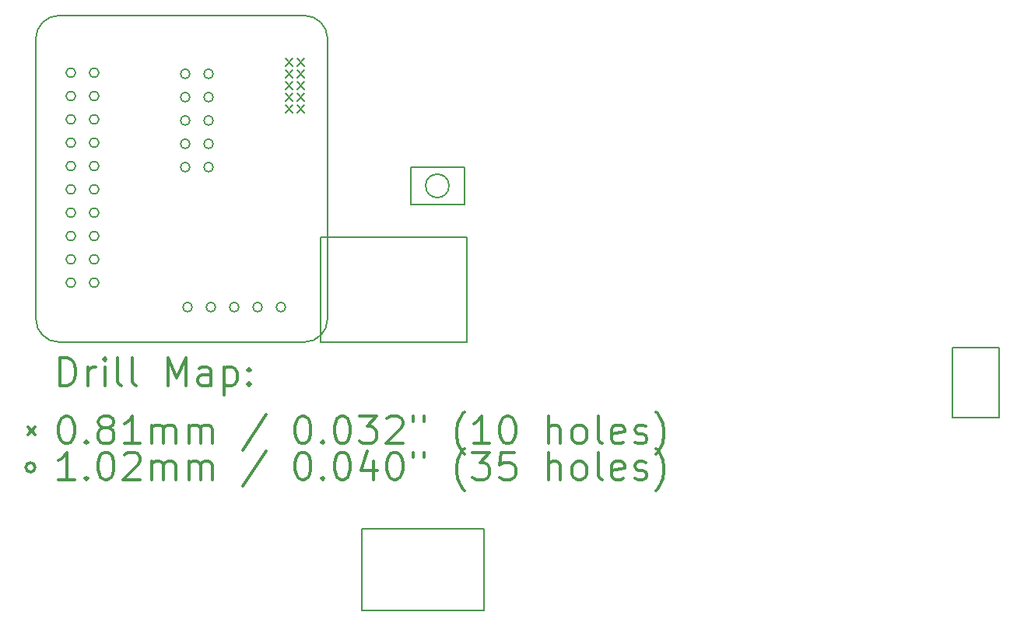
<source format=gbr>
G04 This is an RS-274x file exported by *
G04 gerbv version 2.6.0 *
G04 More information is available about gerbv at *
G04 http://gerbv.gpleda.org/ *
G04 --End of header info--*
%MOIN*%
%FSLAX34Y34*%
%IPPOS*%
G04 --Define apertures--*
%ADD10C,0.0050*%
%ADD11C,0.0060*%
%ADD12C,0.0079*%
%ADD13C,0.0118*%
%ADD14C,0.0138*%
%ADD15C,0.0059*%
G04 --Start main section--*
G54D11*
G01X0040500Y-023000D02*
G01X0030000Y-023000D01*
G01X0041500Y-036000D02*
G01X0041500Y-024000D01*
G01X0030000Y-037000D02*
G01X0040500Y-037000D01*
G01X0029000Y-024000D02*
G01X0029000Y-036000D01*
G01X0030000Y-023000D02*
G75*
G03X0029000Y-024000I0000000J-001000D01*
G01X0029000Y-036000D02*
G75*
G03X0030000Y-037000I0001000J0000000D01*
G01X0040500Y-037000D02*
G75*
G03X0041500Y-036000I0000000J0001000D01*
G01X0041500Y-024000D02*
G75*
G03X0040500Y-023000I-001000J0000000D01*
G54D12*
G01X0039690Y-024840D02*
G01X0040010Y-025160D01*
G01X0040010Y-024840D02*
G01X0039690Y-025160D01*
G01X0039690Y-025340D02*
G01X0040010Y-025660D01*
G01X0040010Y-025340D02*
G01X0039690Y-025660D01*
G01X0039690Y-025840D02*
G01X0040010Y-026160D01*
G01X0040010Y-025840D02*
G01X0039690Y-026160D01*
G01X0039690Y-026340D02*
G01X0040010Y-026660D01*
G01X0040010Y-026340D02*
G01X0039690Y-026660D01*
G01X0039690Y-026840D02*
G01X0040010Y-027160D01*
G01X0040010Y-026840D02*
G01X0039690Y-027160D01*
G01X0040190Y-024840D02*
G01X0040510Y-025160D01*
G01X0040510Y-024840D02*
G01X0040190Y-025160D01*
G01X0040190Y-025340D02*
G01X0040510Y-025660D01*
G01X0040510Y-025340D02*
G01X0040190Y-025660D01*
G01X0040190Y-025840D02*
G01X0040510Y-026160D01*
G01X0040510Y-025840D02*
G01X0040190Y-026160D01*
G01X0040190Y-026340D02*
G01X0040510Y-026660D01*
G01X0040510Y-026340D02*
G01X0040190Y-026660D01*
G01X0040190Y-026840D02*
G01X0040510Y-027160D01*
G01X0040510Y-026840D02*
G01X0040190Y-027160D01*
G01X0030700Y-025450D02*
G75*
G03X0030700Y-025450I-000200J0000000D01*
G01X0030700Y-026450D02*
G75*
G03X0030700Y-026450I-000200J0000000D01*
G01X0030700Y-027450D02*
G75*
G03X0030700Y-027450I-000200J0000000D01*
G01X0030700Y-028450D02*
G75*
G03X0030700Y-028450I-000200J0000000D01*
G01X0030700Y-029450D02*
G75*
G03X0030700Y-029450I-000200J0000000D01*
G01X0030700Y-030450D02*
G75*
G03X0030700Y-030450I-000200J0000000D01*
G01X0030700Y-031450D02*
G75*
G03X0030700Y-031450I-000200J0000000D01*
G01X0030700Y-032450D02*
G75*
G03X0030700Y-032450I-000200J0000000D01*
G01X0030700Y-033450D02*
G75*
G03X0030700Y-033450I-000200J0000000D01*
G01X0030700Y-034450D02*
G75*
G03X0030700Y-034450I-000200J0000000D01*
G01X0031700Y-025450D02*
G75*
G03X0031700Y-025450I-000200J0000000D01*
G01X0031700Y-026450D02*
G75*
G03X0031700Y-026450I-000200J0000000D01*
G01X0031700Y-027450D02*
G75*
G03X0031700Y-027450I-000200J0000000D01*
G01X0031700Y-028450D02*
G75*
G03X0031700Y-028450I-000200J0000000D01*
G01X0031700Y-029450D02*
G75*
G03X0031700Y-029450I-000200J0000000D01*
G01X0031700Y-030450D02*
G75*
G03X0031700Y-030450I-000200J0000000D01*
G01X0031700Y-031450D02*
G75*
G03X0031700Y-031450I-000200J0000000D01*
G01X0031700Y-032450D02*
G75*
G03X0031700Y-032450I-000200J0000000D01*
G01X0031700Y-033450D02*
G75*
G03X0031700Y-033450I-000200J0000000D01*
G01X0031700Y-034450D02*
G75*
G03X0031700Y-034450I-000200J0000000D01*
G01X0035600Y-025500D02*
G75*
G03X0035600Y-025500I-000200J0000000D01*
G01X0035600Y-026500D02*
G75*
G03X0035600Y-026500I-000200J0000000D01*
G01X0035600Y-027500D02*
G75*
G03X0035600Y-027500I-000200J0000000D01*
G01X0035600Y-028500D02*
G75*
G03X0035600Y-028500I-000200J0000000D01*
G01X0035600Y-029500D02*
G75*
G03X0035600Y-029500I-000200J0000000D01*
G01X0035700Y-035500D02*
G75*
G03X0035700Y-035500I-000200J0000000D01*
G01X0036600Y-025500D02*
G75*
G03X0036600Y-025500I-000200J0000000D01*
G01X0036600Y-026500D02*
G75*
G03X0036600Y-026500I-000200J0000000D01*
G01X0036600Y-027500D02*
G75*
G03X0036600Y-027500I-000200J0000000D01*
G01X0036600Y-028500D02*
G75*
G03X0036600Y-028500I-000200J0000000D01*
G01X0036600Y-029500D02*
G75*
G03X0036600Y-029500I-000200J0000000D01*
G01X0036700Y-035500D02*
G75*
G03X0036700Y-035500I-000200J0000000D01*
G01X0037700Y-035500D02*
G75*
G03X0037700Y-035500I-000200J0000000D01*
G01X0038700Y-035500D02*
G75*
G03X0038700Y-035500I-000200J0000000D01*
G01X0039700Y-035500D02*
G75*
G03X0039700Y-035500I-000200J0000000D01*
G54D13*
G01X0030039Y-038864D02*
G01X0030039Y-037682D01*
G01X0030039Y-037682D02*
G01X0030320Y-037682D01*
G01X0030320Y-037682D02*
G01X0030489Y-037739D01*
G01X0030489Y-037739D02*
G01X0030601Y-037851D01*
G01X0030601Y-037851D02*
G01X0030657Y-037964D01*
G01X0030657Y-037964D02*
G01X0030714Y-038189D01*
G01X0030714Y-038189D02*
G01X0030714Y-038357D01*
G01X0030714Y-038357D02*
G01X0030657Y-038582D01*
G01X0030657Y-038582D02*
G01X0030601Y-038695D01*
G01X0030601Y-038695D02*
G01X0030489Y-038807D01*
G01X0030489Y-038807D02*
G01X0030320Y-038864D01*
G01X0030320Y-038864D02*
G01X0030039Y-038864D01*
G01X0031220Y-038864D02*
G01X0031220Y-038076D01*
G01X0031220Y-038301D02*
G01X0031276Y-038189D01*
G01X0031276Y-038189D02*
G01X0031332Y-038132D01*
G01X0031332Y-038132D02*
G01X0031445Y-038076D01*
G01X0031445Y-038076D02*
G01X0031557Y-038076D01*
G01X0031951Y-038864D02*
G01X0031951Y-038076D01*
G01X0031951Y-037682D02*
G01X0031895Y-037739D01*
G01X0031895Y-037739D02*
G01X0031951Y-037795D01*
G01X0031951Y-037795D02*
G01X0032007Y-037739D01*
G01X0032007Y-037739D02*
G01X0031951Y-037682D01*
G01X0031951Y-037682D02*
G01X0031951Y-037795D01*
G01X0032682Y-038864D02*
G01X0032570Y-038807D01*
G01X0032570Y-038807D02*
G01X0032513Y-038695D01*
G01X0032513Y-038695D02*
G01X0032513Y-037682D01*
G01X0033301Y-038864D02*
G01X0033188Y-038807D01*
G01X0033188Y-038807D02*
G01X0033132Y-038695D01*
G01X0033132Y-038695D02*
G01X0033132Y-037682D01*
G01X0034651Y-038864D02*
G01X0034651Y-037682D01*
G01X0034651Y-037682D02*
G01X0035044Y-038526D01*
G01X0035044Y-038526D02*
G01X0035438Y-037682D01*
G01X0035438Y-037682D02*
G01X0035438Y-038864D01*
G01X0036507Y-038864D02*
G01X0036507Y-038245D01*
G01X0036507Y-038245D02*
G01X0036450Y-038132D01*
G01X0036450Y-038132D02*
G01X0036338Y-038076D01*
G01X0036338Y-038076D02*
G01X0036113Y-038076D01*
G01X0036113Y-038076D02*
G01X0036000Y-038132D01*
G01X0036507Y-038807D02*
G01X0036394Y-038864D01*
G01X0036394Y-038864D02*
G01X0036113Y-038864D01*
G01X0036113Y-038864D02*
G01X0036000Y-038807D01*
G01X0036000Y-038807D02*
G01X0035944Y-038695D01*
G01X0035944Y-038695D02*
G01X0035944Y-038582D01*
G01X0035944Y-038582D02*
G01X0036000Y-038470D01*
G01X0036000Y-038470D02*
G01X0036113Y-038414D01*
G01X0036113Y-038414D02*
G01X0036394Y-038414D01*
G01X0036394Y-038414D02*
G01X0036507Y-038357D01*
G01X0037069Y-038076D02*
G01X0037069Y-039257D01*
G01X0037069Y-038132D02*
G01X0037181Y-038076D01*
G01X0037181Y-038076D02*
G01X0037406Y-038076D01*
G01X0037406Y-038076D02*
G01X0037519Y-038132D01*
G01X0037519Y-038132D02*
G01X0037575Y-038189D01*
G01X0037575Y-038189D02*
G01X0037631Y-038301D01*
G01X0037631Y-038301D02*
G01X0037631Y-038639D01*
G01X0037631Y-038639D02*
G01X0037575Y-038751D01*
G01X0037575Y-038751D02*
G01X0037519Y-038807D01*
G01X0037519Y-038807D02*
G01X0037406Y-038864D01*
G01X0037406Y-038864D02*
G01X0037181Y-038864D01*
G01X0037181Y-038864D02*
G01X0037069Y-038807D01*
G01X0038138Y-038751D02*
G01X0038194Y-038807D01*
G01X0038194Y-038807D02*
G01X0038138Y-038864D01*
G01X0038138Y-038864D02*
G01X0038081Y-038807D01*
G01X0038081Y-038807D02*
G01X0038138Y-038751D01*
G01X0038138Y-038751D02*
G01X0038138Y-038864D01*
G01X0038138Y-038132D02*
G01X0038194Y-038189D01*
G01X0038194Y-038189D02*
G01X0038138Y-038245D01*
G01X0038138Y-038245D02*
G01X0038081Y-038189D01*
G01X0038081Y-038189D02*
G01X0038138Y-038132D01*
G01X0038138Y-038132D02*
G01X0038138Y-038245D01*
G01X0028650Y-040650D02*
G01X0028970Y-040970D01*
G01X0028970Y-040650D02*
G01X0028650Y-040970D01*
G01X0030264Y-040163D02*
G01X0030376Y-040163D01*
G01X0030376Y-040163D02*
G01X0030489Y-040219D01*
G01X0030489Y-040219D02*
G01X0030545Y-040275D01*
G01X0030545Y-040275D02*
G01X0030601Y-040388D01*
G01X0030601Y-040388D02*
G01X0030657Y-040613D01*
G01X0030657Y-040613D02*
G01X0030657Y-040894D01*
G01X0030657Y-040894D02*
G01X0030601Y-041119D01*
G01X0030601Y-041119D02*
G01X0030545Y-041231D01*
G01X0030545Y-041231D02*
G01X0030489Y-041288D01*
G01X0030489Y-041288D02*
G01X0030376Y-041344D01*
G01X0030376Y-041344D02*
G01X0030264Y-041344D01*
G01X0030264Y-041344D02*
G01X0030151Y-041288D01*
G01X0030151Y-041288D02*
G01X0030095Y-041231D01*
G01X0030095Y-041231D02*
G01X0030039Y-041119D01*
G01X0030039Y-041119D02*
G01X0029982Y-040894D01*
G01X0029982Y-040894D02*
G01X0029982Y-040613D01*
G01X0029982Y-040613D02*
G01X0030039Y-040388D01*
G01X0030039Y-040388D02*
G01X0030095Y-040275D01*
G01X0030095Y-040275D02*
G01X0030151Y-040219D01*
G01X0030151Y-040219D02*
G01X0030264Y-040163D01*
G01X0031163Y-041231D02*
G01X0031220Y-041288D01*
G01X0031220Y-041288D02*
G01X0031163Y-041344D01*
G01X0031163Y-041344D02*
G01X0031107Y-041288D01*
G01X0031107Y-041288D02*
G01X0031163Y-041231D01*
G01X0031163Y-041231D02*
G01X0031163Y-041344D01*
G01X0031895Y-040669D02*
G01X0031782Y-040613D01*
G01X0031782Y-040613D02*
G01X0031726Y-040556D01*
G01X0031726Y-040556D02*
G01X0031670Y-040444D01*
G01X0031670Y-040444D02*
G01X0031670Y-040388D01*
G01X0031670Y-040388D02*
G01X0031726Y-040275D01*
G01X0031726Y-040275D02*
G01X0031782Y-040219D01*
G01X0031782Y-040219D02*
G01X0031895Y-040163D01*
G01X0031895Y-040163D02*
G01X0032120Y-040163D01*
G01X0032120Y-040163D02*
G01X0032232Y-040219D01*
G01X0032232Y-040219D02*
G01X0032288Y-040275D01*
G01X0032288Y-040275D02*
G01X0032345Y-040388D01*
G01X0032345Y-040388D02*
G01X0032345Y-040444D01*
G01X0032345Y-040444D02*
G01X0032288Y-040556D01*
G01X0032288Y-040556D02*
G01X0032232Y-040613D01*
G01X0032232Y-040613D02*
G01X0032120Y-040669D01*
G01X0032120Y-040669D02*
G01X0031895Y-040669D01*
G01X0031895Y-040669D02*
G01X0031782Y-040725D01*
G01X0031782Y-040725D02*
G01X0031726Y-040781D01*
G01X0031726Y-040781D02*
G01X0031670Y-040894D01*
G01X0031670Y-040894D02*
G01X0031670Y-041119D01*
G01X0031670Y-041119D02*
G01X0031726Y-041231D01*
G01X0031726Y-041231D02*
G01X0031782Y-041288D01*
G01X0031782Y-041288D02*
G01X0031895Y-041344D01*
G01X0031895Y-041344D02*
G01X0032120Y-041344D01*
G01X0032120Y-041344D02*
G01X0032232Y-041288D01*
G01X0032232Y-041288D02*
G01X0032288Y-041231D01*
G01X0032288Y-041231D02*
G01X0032345Y-041119D01*
G01X0032345Y-041119D02*
G01X0032345Y-040894D01*
G01X0032345Y-040894D02*
G01X0032288Y-040781D01*
G01X0032288Y-040781D02*
G01X0032232Y-040725D01*
G01X0032232Y-040725D02*
G01X0032120Y-040669D01*
G01X0033469Y-041344D02*
G01X0032795Y-041344D01*
G01X0033132Y-041344D02*
G01X0033132Y-040163D01*
G01X0033132Y-040163D02*
G01X0033019Y-040331D01*
G01X0033019Y-040331D02*
G01X0032907Y-040444D01*
G01X0032907Y-040444D02*
G01X0032795Y-040500D01*
G01X0033976Y-041344D02*
G01X0033976Y-040556D01*
G01X0033976Y-040669D02*
G01X0034032Y-040613D01*
G01X0034032Y-040613D02*
G01X0034144Y-040556D01*
G01X0034144Y-040556D02*
G01X0034313Y-040556D01*
G01X0034313Y-040556D02*
G01X0034426Y-040613D01*
G01X0034426Y-040613D02*
G01X0034482Y-040725D01*
G01X0034482Y-040725D02*
G01X0034482Y-041344D01*
G01X0034482Y-040725D02*
G01X0034538Y-040613D01*
G01X0034538Y-040613D02*
G01X0034651Y-040556D01*
G01X0034651Y-040556D02*
G01X0034819Y-040556D01*
G01X0034819Y-040556D02*
G01X0034932Y-040613D01*
G01X0034932Y-040613D02*
G01X0034988Y-040725D01*
G01X0034988Y-040725D02*
G01X0034988Y-041344D01*
G01X0035550Y-041344D02*
G01X0035550Y-040556D01*
G01X0035550Y-040669D02*
G01X0035607Y-040613D01*
G01X0035607Y-040613D02*
G01X0035719Y-040556D01*
G01X0035719Y-040556D02*
G01X0035888Y-040556D01*
G01X0035888Y-040556D02*
G01X0036000Y-040613D01*
G01X0036000Y-040613D02*
G01X0036057Y-040725D01*
G01X0036057Y-040725D02*
G01X0036057Y-041344D01*
G01X0036057Y-040725D02*
G01X0036113Y-040613D01*
G01X0036113Y-040613D02*
G01X0036225Y-040556D01*
G01X0036225Y-040556D02*
G01X0036394Y-040556D01*
G01X0036394Y-040556D02*
G01X0036507Y-040613D01*
G01X0036507Y-040613D02*
G01X0036563Y-040725D01*
G01X0036563Y-040725D02*
G01X0036563Y-041344D01*
G01X0038869Y-040106D02*
G01X0037856Y-041625D01*
G01X0040387Y-040163D02*
G01X0040500Y-040163D01*
G01X0040500Y-040163D02*
G01X0040612Y-040219D01*
G01X0040612Y-040219D02*
G01X0040669Y-040275D01*
G01X0040669Y-040275D02*
G01X0040725Y-040388D01*
G01X0040725Y-040388D02*
G01X0040781Y-040613D01*
G01X0040781Y-040613D02*
G01X0040781Y-040894D01*
G01X0040781Y-040894D02*
G01X0040725Y-041119D01*
G01X0040725Y-041119D02*
G01X0040669Y-041231D01*
G01X0040669Y-041231D02*
G01X0040612Y-041288D01*
G01X0040612Y-041288D02*
G01X0040500Y-041344D01*
G01X0040500Y-041344D02*
G01X0040387Y-041344D01*
G01X0040387Y-041344D02*
G01X0040275Y-041288D01*
G01X0040275Y-041288D02*
G01X0040219Y-041231D01*
G01X0040219Y-041231D02*
G01X0040162Y-041119D01*
G01X0040162Y-041119D02*
G01X0040106Y-040894D01*
G01X0040106Y-040894D02*
G01X0040106Y-040613D01*
G01X0040106Y-040613D02*
G01X0040162Y-040388D01*
G01X0040162Y-040388D02*
G01X0040219Y-040275D01*
G01X0040219Y-040275D02*
G01X0040275Y-040219D01*
G01X0040275Y-040219D02*
G01X0040387Y-040163D01*
G01X0041287Y-041231D02*
G01X0041343Y-041288D01*
G01X0041343Y-041288D02*
G01X0041287Y-041344D01*
G01X0041287Y-041344D02*
G01X0041231Y-041288D01*
G01X0041231Y-041288D02*
G01X0041287Y-041231D01*
G01X0041287Y-041231D02*
G01X0041287Y-041344D01*
G01X0042075Y-040163D02*
G01X0042187Y-040163D01*
G01X0042187Y-040163D02*
G01X0042300Y-040219D01*
G01X0042300Y-040219D02*
G01X0042356Y-040275D01*
G01X0042356Y-040275D02*
G01X0042412Y-040388D01*
G01X0042412Y-040388D02*
G01X0042468Y-040613D01*
G01X0042468Y-040613D02*
G01X0042468Y-040894D01*
G01X0042468Y-040894D02*
G01X0042412Y-041119D01*
G01X0042412Y-041119D02*
G01X0042356Y-041231D01*
G01X0042356Y-041231D02*
G01X0042300Y-041288D01*
G01X0042300Y-041288D02*
G01X0042187Y-041344D01*
G01X0042187Y-041344D02*
G01X0042075Y-041344D01*
G01X0042075Y-041344D02*
G01X0041962Y-041288D01*
G01X0041962Y-041288D02*
G01X0041906Y-041231D01*
G01X0041906Y-041231D02*
G01X0041850Y-041119D01*
G01X0041850Y-041119D02*
G01X0041793Y-040894D01*
G01X0041793Y-040894D02*
G01X0041793Y-040613D01*
G01X0041793Y-040613D02*
G01X0041850Y-040388D01*
G01X0041850Y-040388D02*
G01X0041906Y-040275D01*
G01X0041906Y-040275D02*
G01X0041962Y-040219D01*
G01X0041962Y-040219D02*
G01X0042075Y-040163D01*
G01X0042862Y-040163D02*
G01X0043593Y-040163D01*
G01X0043593Y-040163D02*
G01X0043199Y-040613D01*
G01X0043199Y-040613D02*
G01X0043368Y-040613D01*
G01X0043368Y-040613D02*
G01X0043481Y-040669D01*
G01X0043481Y-040669D02*
G01X0043537Y-040725D01*
G01X0043537Y-040725D02*
G01X0043593Y-040838D01*
G01X0043593Y-040838D02*
G01X0043593Y-041119D01*
G01X0043593Y-041119D02*
G01X0043537Y-041231D01*
G01X0043537Y-041231D02*
G01X0043481Y-041288D01*
G01X0043481Y-041288D02*
G01X0043368Y-041344D01*
G01X0043368Y-041344D02*
G01X0043031Y-041344D01*
G01X0043031Y-041344D02*
G01X0042918Y-041288D01*
G01X0042918Y-041288D02*
G01X0042862Y-041231D01*
G01X0044043Y-040275D02*
G01X0044099Y-040219D01*
G01X0044099Y-040219D02*
G01X0044212Y-040163D01*
G01X0044212Y-040163D02*
G01X0044493Y-040163D01*
G01X0044493Y-040163D02*
G01X0044606Y-040219D01*
G01X0044606Y-040219D02*
G01X0044662Y-040275D01*
G01X0044662Y-040275D02*
G01X0044718Y-040388D01*
G01X0044718Y-040388D02*
G01X0044718Y-040500D01*
G01X0044718Y-040500D02*
G01X0044662Y-040669D01*
G01X0044662Y-040669D02*
G01X0043987Y-041344D01*
G01X0043987Y-041344D02*
G01X0044718Y-041344D01*
G01X0045168Y-040163D02*
G01X0045168Y-040388D01*
G01X0045618Y-040163D02*
G01X0045618Y-040388D01*
G01X0047361Y-041794D02*
G01X0047305Y-041738D01*
G01X0047305Y-041738D02*
G01X0047193Y-041569D01*
G01X0047193Y-041569D02*
G01X0047136Y-041456D01*
G01X0047136Y-041456D02*
G01X0047080Y-041288D01*
G01X0047080Y-041288D02*
G01X0047024Y-041006D01*
G01X0047024Y-041006D02*
G01X0047024Y-040781D01*
G01X0047024Y-040781D02*
G01X0047080Y-040500D01*
G01X0047080Y-040500D02*
G01X0047136Y-040331D01*
G01X0047136Y-040331D02*
G01X0047193Y-040219D01*
G01X0047193Y-040219D02*
G01X0047305Y-040050D01*
G01X0047305Y-040050D02*
G01X0047361Y-039994D01*
G01X0048430Y-041344D02*
G01X0047755Y-041344D01*
G01X0048093Y-041344D02*
G01X0048093Y-040163D01*
G01X0048093Y-040163D02*
G01X0047980Y-040331D01*
G01X0047980Y-040331D02*
G01X0047868Y-040444D01*
G01X0047868Y-040444D02*
G01X0047755Y-040500D01*
G01X0049161Y-040163D02*
G01X0049274Y-040163D01*
G01X0049274Y-040163D02*
G01X0049386Y-040219D01*
G01X0049386Y-040219D02*
G01X0049442Y-040275D01*
G01X0049442Y-040275D02*
G01X0049499Y-040388D01*
G01X0049499Y-040388D02*
G01X0049555Y-040613D01*
G01X0049555Y-040613D02*
G01X0049555Y-040894D01*
G01X0049555Y-040894D02*
G01X0049499Y-041119D01*
G01X0049499Y-041119D02*
G01X0049442Y-041231D01*
G01X0049442Y-041231D02*
G01X0049386Y-041288D01*
G01X0049386Y-041288D02*
G01X0049274Y-041344D01*
G01X0049274Y-041344D02*
G01X0049161Y-041344D01*
G01X0049161Y-041344D02*
G01X0049049Y-041288D01*
G01X0049049Y-041288D02*
G01X0048992Y-041231D01*
G01X0048992Y-041231D02*
G01X0048936Y-041119D01*
G01X0048936Y-041119D02*
G01X0048880Y-040894D01*
G01X0048880Y-040894D02*
G01X0048880Y-040613D01*
G01X0048880Y-040613D02*
G01X0048936Y-040388D01*
G01X0048936Y-040388D02*
G01X0048992Y-040275D01*
G01X0048992Y-040275D02*
G01X0049049Y-040219D01*
G01X0049049Y-040219D02*
G01X0049161Y-040163D01*
G01X0050961Y-041344D02*
G01X0050961Y-040163D01*
G01X0051467Y-041344D02*
G01X0051467Y-040725D01*
G01X0051467Y-040725D02*
G01X0051411Y-040613D01*
G01X0051411Y-040613D02*
G01X0051298Y-040556D01*
G01X0051298Y-040556D02*
G01X0051130Y-040556D01*
G01X0051130Y-040556D02*
G01X0051017Y-040613D01*
G01X0051017Y-040613D02*
G01X0050961Y-040669D01*
G01X0052198Y-041344D02*
G01X0052086Y-041288D01*
G01X0052086Y-041288D02*
G01X0052030Y-041231D01*
G01X0052030Y-041231D02*
G01X0051973Y-041119D01*
G01X0051973Y-041119D02*
G01X0051973Y-040781D01*
G01X0051973Y-040781D02*
G01X0052030Y-040669D01*
G01X0052030Y-040669D02*
G01X0052086Y-040613D01*
G01X0052086Y-040613D02*
G01X0052198Y-040556D01*
G01X0052198Y-040556D02*
G01X0052367Y-040556D01*
G01X0052367Y-040556D02*
G01X0052480Y-040613D01*
G01X0052480Y-040613D02*
G01X0052536Y-040669D01*
G01X0052536Y-040669D02*
G01X0052592Y-040781D01*
G01X0052592Y-040781D02*
G01X0052592Y-041119D01*
G01X0052592Y-041119D02*
G01X0052536Y-041231D01*
G01X0052536Y-041231D02*
G01X0052480Y-041288D01*
G01X0052480Y-041288D02*
G01X0052367Y-041344D01*
G01X0052367Y-041344D02*
G01X0052198Y-041344D01*
G01X0053267Y-041344D02*
G01X0053154Y-041288D01*
G01X0053154Y-041288D02*
G01X0053098Y-041175D01*
G01X0053098Y-041175D02*
G01X0053098Y-040163D01*
G01X0054167Y-041288D02*
G01X0054054Y-041344D01*
G01X0054054Y-041344D02*
G01X0053829Y-041344D01*
G01X0053829Y-041344D02*
G01X0053717Y-041288D01*
G01X0053717Y-041288D02*
G01X0053661Y-041175D01*
G01X0053661Y-041175D02*
G01X0053661Y-040725D01*
G01X0053661Y-040725D02*
G01X0053717Y-040613D01*
G01X0053717Y-040613D02*
G01X0053829Y-040556D01*
G01X0053829Y-040556D02*
G01X0054054Y-040556D01*
G01X0054054Y-040556D02*
G01X0054167Y-040613D01*
G01X0054167Y-040613D02*
G01X0054223Y-040725D01*
G01X0054223Y-040725D02*
G01X0054223Y-040838D01*
G01X0054223Y-040838D02*
G01X0053661Y-040950D01*
G01X0054673Y-041288D02*
G01X0054786Y-041344D01*
G01X0054786Y-041344D02*
G01X0055010Y-041344D01*
G01X0055010Y-041344D02*
G01X0055123Y-041288D01*
G01X0055123Y-041288D02*
G01X0055179Y-041175D01*
G01X0055179Y-041175D02*
G01X0055179Y-041119D01*
G01X0055179Y-041119D02*
G01X0055123Y-041006D01*
G01X0055123Y-041006D02*
G01X0055010Y-040950D01*
G01X0055010Y-040950D02*
G01X0054842Y-040950D01*
G01X0054842Y-040950D02*
G01X0054729Y-040894D01*
G01X0054729Y-040894D02*
G01X0054673Y-040781D01*
G01X0054673Y-040781D02*
G01X0054673Y-040725D01*
G01X0054673Y-040725D02*
G01X0054729Y-040613D01*
G01X0054729Y-040613D02*
G01X0054842Y-040556D01*
G01X0054842Y-040556D02*
G01X0055010Y-040556D01*
G01X0055010Y-040556D02*
G01X0055123Y-040613D01*
G01X0055573Y-041794D02*
G01X0055629Y-041738D01*
G01X0055629Y-041738D02*
G01X0055742Y-041569D01*
G01X0055742Y-041569D02*
G01X0055798Y-041456D01*
G01X0055798Y-041456D02*
G01X0055854Y-041288D01*
G01X0055854Y-041288D02*
G01X0055910Y-041006D01*
G01X0055910Y-041006D02*
G01X0055910Y-040781D01*
G01X0055910Y-040781D02*
G01X0055854Y-040500D01*
G01X0055854Y-040500D02*
G01X0055798Y-040331D01*
G01X0055798Y-040331D02*
G01X0055742Y-040219D01*
G01X0055742Y-040219D02*
G01X0055629Y-040050D01*
G01X0055629Y-040050D02*
G01X0055573Y-039994D01*
G01X0028970Y-042369D02*
G75*
G03X0028970Y-042369I-000200J0000000D01*
G01X0030657Y-042903D02*
G01X0029982Y-042903D01*
G01X0030320Y-042903D02*
G01X0030320Y-041722D01*
G01X0030320Y-041722D02*
G01X0030207Y-041891D01*
G01X0030207Y-041891D02*
G01X0030095Y-042003D01*
G01X0030095Y-042003D02*
G01X0029982Y-042059D01*
G01X0031163Y-042790D02*
G01X0031220Y-042847D01*
G01X0031220Y-042847D02*
G01X0031163Y-042903D01*
G01X0031163Y-042903D02*
G01X0031107Y-042847D01*
G01X0031107Y-042847D02*
G01X0031163Y-042790D01*
G01X0031163Y-042790D02*
G01X0031163Y-042903D01*
G01X0031951Y-041722D02*
G01X0032063Y-041722D01*
G01X0032063Y-041722D02*
G01X0032176Y-041778D01*
G01X0032176Y-041778D02*
G01X0032232Y-041834D01*
G01X0032232Y-041834D02*
G01X0032288Y-041947D01*
G01X0032288Y-041947D02*
G01X0032345Y-042172D01*
G01X0032345Y-042172D02*
G01X0032345Y-042453D01*
G01X0032345Y-042453D02*
G01X0032288Y-042678D01*
G01X0032288Y-042678D02*
G01X0032232Y-042790D01*
G01X0032232Y-042790D02*
G01X0032176Y-042847D01*
G01X0032176Y-042847D02*
G01X0032063Y-042903D01*
G01X0032063Y-042903D02*
G01X0031951Y-042903D01*
G01X0031951Y-042903D02*
G01X0031838Y-042847D01*
G01X0031838Y-042847D02*
G01X0031782Y-042790D01*
G01X0031782Y-042790D02*
G01X0031726Y-042678D01*
G01X0031726Y-042678D02*
G01X0031670Y-042453D01*
G01X0031670Y-042453D02*
G01X0031670Y-042172D01*
G01X0031670Y-042172D02*
G01X0031726Y-041947D01*
G01X0031726Y-041947D02*
G01X0031782Y-041834D01*
G01X0031782Y-041834D02*
G01X0031838Y-041778D01*
G01X0031838Y-041778D02*
G01X0031951Y-041722D01*
G01X0032795Y-041834D02*
G01X0032851Y-041778D01*
G01X0032851Y-041778D02*
G01X0032963Y-041722D01*
G01X0032963Y-041722D02*
G01X0033244Y-041722D01*
G01X0033244Y-041722D02*
G01X0033357Y-041778D01*
G01X0033357Y-041778D02*
G01X0033413Y-041834D01*
G01X0033413Y-041834D02*
G01X0033469Y-041947D01*
G01X0033469Y-041947D02*
G01X0033469Y-042059D01*
G01X0033469Y-042059D02*
G01X0033413Y-042228D01*
G01X0033413Y-042228D02*
G01X0032738Y-042903D01*
G01X0032738Y-042903D02*
G01X0033469Y-042903D01*
G01X0033976Y-042903D02*
G01X0033976Y-042115D01*
G01X0033976Y-042228D02*
G01X0034032Y-042172D01*
G01X0034032Y-042172D02*
G01X0034144Y-042115D01*
G01X0034144Y-042115D02*
G01X0034313Y-042115D01*
G01X0034313Y-042115D02*
G01X0034426Y-042172D01*
G01X0034426Y-042172D02*
G01X0034482Y-042284D01*
G01X0034482Y-042284D02*
G01X0034482Y-042903D01*
G01X0034482Y-042284D02*
G01X0034538Y-042172D01*
G01X0034538Y-042172D02*
G01X0034651Y-042115D01*
G01X0034651Y-042115D02*
G01X0034819Y-042115D01*
G01X0034819Y-042115D02*
G01X0034932Y-042172D01*
G01X0034932Y-042172D02*
G01X0034988Y-042284D01*
G01X0034988Y-042284D02*
G01X0034988Y-042903D01*
G01X0035550Y-042903D02*
G01X0035550Y-042115D01*
G01X0035550Y-042228D02*
G01X0035607Y-042172D01*
G01X0035607Y-042172D02*
G01X0035719Y-042115D01*
G01X0035719Y-042115D02*
G01X0035888Y-042115D01*
G01X0035888Y-042115D02*
G01X0036000Y-042172D01*
G01X0036000Y-042172D02*
G01X0036057Y-042284D01*
G01X0036057Y-042284D02*
G01X0036057Y-042903D01*
G01X0036057Y-042284D02*
G01X0036113Y-042172D01*
G01X0036113Y-042172D02*
G01X0036225Y-042115D01*
G01X0036225Y-042115D02*
G01X0036394Y-042115D01*
G01X0036394Y-042115D02*
G01X0036507Y-042172D01*
G01X0036507Y-042172D02*
G01X0036563Y-042284D01*
G01X0036563Y-042284D02*
G01X0036563Y-042903D01*
G01X0038869Y-041666D02*
G01X0037856Y-043184D01*
G01X0040387Y-041722D02*
G01X0040500Y-041722D01*
G01X0040500Y-041722D02*
G01X0040612Y-041778D01*
G01X0040612Y-041778D02*
G01X0040669Y-041834D01*
G01X0040669Y-041834D02*
G01X0040725Y-041947D01*
G01X0040725Y-041947D02*
G01X0040781Y-042172D01*
G01X0040781Y-042172D02*
G01X0040781Y-042453D01*
G01X0040781Y-042453D02*
G01X0040725Y-042678D01*
G01X0040725Y-042678D02*
G01X0040669Y-042790D01*
G01X0040669Y-042790D02*
G01X0040612Y-042847D01*
G01X0040612Y-042847D02*
G01X0040500Y-042903D01*
G01X0040500Y-042903D02*
G01X0040387Y-042903D01*
G01X0040387Y-042903D02*
G01X0040275Y-042847D01*
G01X0040275Y-042847D02*
G01X0040219Y-042790D01*
G01X0040219Y-042790D02*
G01X0040162Y-042678D01*
G01X0040162Y-042678D02*
G01X0040106Y-042453D01*
G01X0040106Y-042453D02*
G01X0040106Y-042172D01*
G01X0040106Y-042172D02*
G01X0040162Y-041947D01*
G01X0040162Y-041947D02*
G01X0040219Y-041834D01*
G01X0040219Y-041834D02*
G01X0040275Y-041778D01*
G01X0040275Y-041778D02*
G01X0040387Y-041722D01*
G01X0041287Y-042790D02*
G01X0041343Y-042847D01*
G01X0041343Y-042847D02*
G01X0041287Y-042903D01*
G01X0041287Y-042903D02*
G01X0041231Y-042847D01*
G01X0041231Y-042847D02*
G01X0041287Y-042790D01*
G01X0041287Y-042790D02*
G01X0041287Y-042903D01*
G01X0042075Y-041722D02*
G01X0042187Y-041722D01*
G01X0042187Y-041722D02*
G01X0042300Y-041778D01*
G01X0042300Y-041778D02*
G01X0042356Y-041834D01*
G01X0042356Y-041834D02*
G01X0042412Y-041947D01*
G01X0042412Y-041947D02*
G01X0042468Y-042172D01*
G01X0042468Y-042172D02*
G01X0042468Y-042453D01*
G01X0042468Y-042453D02*
G01X0042412Y-042678D01*
G01X0042412Y-042678D02*
G01X0042356Y-042790D01*
G01X0042356Y-042790D02*
G01X0042300Y-042847D01*
G01X0042300Y-042847D02*
G01X0042187Y-042903D01*
G01X0042187Y-042903D02*
G01X0042075Y-042903D01*
G01X0042075Y-042903D02*
G01X0041962Y-042847D01*
G01X0041962Y-042847D02*
G01X0041906Y-042790D01*
G01X0041906Y-042790D02*
G01X0041850Y-042678D01*
G01X0041850Y-042678D02*
G01X0041793Y-042453D01*
G01X0041793Y-042453D02*
G01X0041793Y-042172D01*
G01X0041793Y-042172D02*
G01X0041850Y-041947D01*
G01X0041850Y-041947D02*
G01X0041906Y-041834D01*
G01X0041906Y-041834D02*
G01X0041962Y-041778D01*
G01X0041962Y-041778D02*
G01X0042075Y-041722D01*
G01X0043481Y-042115D02*
G01X0043481Y-042903D01*
G01X0043199Y-041666D02*
G01X0042918Y-042509D01*
G01X0042918Y-042509D02*
G01X0043649Y-042509D01*
G01X0044324Y-041722D02*
G01X0044437Y-041722D01*
G01X0044437Y-041722D02*
G01X0044549Y-041778D01*
G01X0044549Y-041778D02*
G01X0044606Y-041834D01*
G01X0044606Y-041834D02*
G01X0044662Y-041947D01*
G01X0044662Y-041947D02*
G01X0044718Y-042172D01*
G01X0044718Y-042172D02*
G01X0044718Y-042453D01*
G01X0044718Y-042453D02*
G01X0044662Y-042678D01*
G01X0044662Y-042678D02*
G01X0044606Y-042790D01*
G01X0044606Y-042790D02*
G01X0044549Y-042847D01*
G01X0044549Y-042847D02*
G01X0044437Y-042903D01*
G01X0044437Y-042903D02*
G01X0044324Y-042903D01*
G01X0044324Y-042903D02*
G01X0044212Y-042847D01*
G01X0044212Y-042847D02*
G01X0044156Y-042790D01*
G01X0044156Y-042790D02*
G01X0044099Y-042678D01*
G01X0044099Y-042678D02*
G01X0044043Y-042453D01*
G01X0044043Y-042453D02*
G01X0044043Y-042172D01*
G01X0044043Y-042172D02*
G01X0044099Y-041947D01*
G01X0044099Y-041947D02*
G01X0044156Y-041834D01*
G01X0044156Y-041834D02*
G01X0044212Y-041778D01*
G01X0044212Y-041778D02*
G01X0044324Y-041722D01*
G01X0045168Y-041722D02*
G01X0045168Y-041947D01*
G01X0045618Y-041722D02*
G01X0045618Y-041947D01*
G01X0047361Y-043353D02*
G01X0047305Y-043297D01*
G01X0047305Y-043297D02*
G01X0047193Y-043128D01*
G01X0047193Y-043128D02*
G01X0047136Y-043015D01*
G01X0047136Y-043015D02*
G01X0047080Y-042847D01*
G01X0047080Y-042847D02*
G01X0047024Y-042565D01*
G01X0047024Y-042565D02*
G01X0047024Y-042340D01*
G01X0047024Y-042340D02*
G01X0047080Y-042059D01*
G01X0047080Y-042059D02*
G01X0047136Y-041891D01*
G01X0047136Y-041891D02*
G01X0047193Y-041778D01*
G01X0047193Y-041778D02*
G01X0047305Y-041609D01*
G01X0047305Y-041609D02*
G01X0047361Y-041553D01*
G01X0047699Y-041722D02*
G01X0048430Y-041722D01*
G01X0048430Y-041722D02*
G01X0048036Y-042172D01*
G01X0048036Y-042172D02*
G01X0048205Y-042172D01*
G01X0048205Y-042172D02*
G01X0048318Y-042228D01*
G01X0048318Y-042228D02*
G01X0048374Y-042284D01*
G01X0048374Y-042284D02*
G01X0048430Y-042397D01*
G01X0048430Y-042397D02*
G01X0048430Y-042678D01*
G01X0048430Y-042678D02*
G01X0048374Y-042790D01*
G01X0048374Y-042790D02*
G01X0048318Y-042847D01*
G01X0048318Y-042847D02*
G01X0048205Y-042903D01*
G01X0048205Y-042903D02*
G01X0047868Y-042903D01*
G01X0047868Y-042903D02*
G01X0047755Y-042847D01*
G01X0047755Y-042847D02*
G01X0047699Y-042790D01*
G01X0049499Y-041722D02*
G01X0048936Y-041722D01*
G01X0048936Y-041722D02*
G01X0048880Y-042284D01*
G01X0048880Y-042284D02*
G01X0048936Y-042228D01*
G01X0048936Y-042228D02*
G01X0049049Y-042172D01*
G01X0049049Y-042172D02*
G01X0049330Y-042172D01*
G01X0049330Y-042172D02*
G01X0049442Y-042228D01*
G01X0049442Y-042228D02*
G01X0049499Y-042284D01*
G01X0049499Y-042284D02*
G01X0049555Y-042397D01*
G01X0049555Y-042397D02*
G01X0049555Y-042678D01*
G01X0049555Y-042678D02*
G01X0049499Y-042790D01*
G01X0049499Y-042790D02*
G01X0049442Y-042847D01*
G01X0049442Y-042847D02*
G01X0049330Y-042903D01*
G01X0049330Y-042903D02*
G01X0049049Y-042903D01*
G01X0049049Y-042903D02*
G01X0048936Y-042847D01*
G01X0048936Y-042847D02*
G01X0048880Y-042790D01*
G01X0050961Y-042903D02*
G01X0050961Y-041722D01*
G01X0051467Y-042903D02*
G01X0051467Y-042284D01*
G01X0051467Y-042284D02*
G01X0051411Y-042172D01*
G01X0051411Y-042172D02*
G01X0051298Y-042115D01*
G01X0051298Y-042115D02*
G01X0051130Y-042115D01*
G01X0051130Y-042115D02*
G01X0051017Y-042172D01*
G01X0051017Y-042172D02*
G01X0050961Y-042228D01*
G01X0052198Y-042903D02*
G01X0052086Y-042847D01*
G01X0052086Y-042847D02*
G01X0052030Y-042790D01*
G01X0052030Y-042790D02*
G01X0051973Y-042678D01*
G01X0051973Y-042678D02*
G01X0051973Y-042340D01*
G01X0051973Y-042340D02*
G01X0052030Y-042228D01*
G01X0052030Y-042228D02*
G01X0052086Y-042172D01*
G01X0052086Y-042172D02*
G01X0052198Y-042115D01*
G01X0052198Y-042115D02*
G01X0052367Y-042115D01*
G01X0052367Y-042115D02*
G01X0052480Y-042172D01*
G01X0052480Y-042172D02*
G01X0052536Y-042228D01*
G01X0052536Y-042228D02*
G01X0052592Y-042340D01*
G01X0052592Y-042340D02*
G01X0052592Y-042678D01*
G01X0052592Y-042678D02*
G01X0052536Y-042790D01*
G01X0052536Y-042790D02*
G01X0052480Y-042847D01*
G01X0052480Y-042847D02*
G01X0052367Y-042903D01*
G01X0052367Y-042903D02*
G01X0052198Y-042903D01*
G01X0053267Y-042903D02*
G01X0053154Y-042847D01*
G01X0053154Y-042847D02*
G01X0053098Y-042734D01*
G01X0053098Y-042734D02*
G01X0053098Y-041722D01*
G01X0054167Y-042847D02*
G01X0054054Y-042903D01*
G01X0054054Y-042903D02*
G01X0053829Y-042903D01*
G01X0053829Y-042903D02*
G01X0053717Y-042847D01*
G01X0053717Y-042847D02*
G01X0053661Y-042734D01*
G01X0053661Y-042734D02*
G01X0053661Y-042284D01*
G01X0053661Y-042284D02*
G01X0053717Y-042172D01*
G01X0053717Y-042172D02*
G01X0053829Y-042115D01*
G01X0053829Y-042115D02*
G01X0054054Y-042115D01*
G01X0054054Y-042115D02*
G01X0054167Y-042172D01*
G01X0054167Y-042172D02*
G01X0054223Y-042284D01*
G01X0054223Y-042284D02*
G01X0054223Y-042397D01*
G01X0054223Y-042397D02*
G01X0053661Y-042509D01*
G01X0054673Y-042847D02*
G01X0054786Y-042903D01*
G01X0054786Y-042903D02*
G01X0055010Y-042903D01*
G01X0055010Y-042903D02*
G01X0055123Y-042847D01*
G01X0055123Y-042847D02*
G01X0055179Y-042734D01*
G01X0055179Y-042734D02*
G01X0055179Y-042678D01*
G01X0055179Y-042678D02*
G01X0055123Y-042565D01*
G01X0055123Y-042565D02*
G01X0055010Y-042509D01*
G01X0055010Y-042509D02*
G01X0054842Y-042509D01*
G01X0054842Y-042509D02*
G01X0054729Y-042453D01*
G01X0054729Y-042453D02*
G01X0054673Y-042340D01*
G01X0054673Y-042340D02*
G01X0054673Y-042284D01*
G01X0054673Y-042284D02*
G01X0054729Y-042172D01*
G01X0054729Y-042172D02*
G01X0054842Y-042115D01*
G01X0054842Y-042115D02*
G01X0055010Y-042115D01*
G01X0055010Y-042115D02*
G01X0055123Y-042172D01*
G01X0055573Y-043353D02*
G01X0055629Y-043297D01*
G01X0055629Y-043297D02*
G01X0055742Y-043128D01*
G01X0055742Y-043128D02*
G01X0055798Y-043015D01*
G01X0055798Y-043015D02*
G01X0055854Y-042847D01*
G01X0055854Y-042847D02*
G01X0055910Y-042565D01*
G01X0055910Y-042565D02*
G01X0055910Y-042340D01*
G01X0055910Y-042340D02*
G01X0055854Y-042059D01*
G01X0055854Y-042059D02*
G01X0055798Y-041891D01*
G01X0055798Y-041891D02*
G01X0055742Y-041778D01*
G01X0055742Y-041778D02*
G01X0055629Y-041609D01*
G01X0055629Y-041609D02*
G01X0055573Y-041553D01*
G01X0000000Y0000000D02*
G54D11*
G01X0040500Y-023000D02*
G01X0030000Y-023000D01*
G01X0041500Y-036000D02*
G01X0041500Y-024000D01*
G01X0030000Y-037000D02*
G01X0040500Y-037000D01*
G01X0029000Y-024000D02*
G01X0029000Y-036000D01*
G01X0030000Y-023000D02*
G75*
G03X0029000Y-024000I0000000J-001000D01*
G01X0029000Y-036000D02*
G75*
G03X0030000Y-037000I0001000J0000000D01*
G01X0040500Y-037000D02*
G75*
G03X0041500Y-036000I0000000J0001000D01*
G01X0041500Y-024000D02*
G75*
G03X0040500Y-023000I-001000J0000000D01*
G01X0000000Y0000000D02*
G54D15*
G01X0046700Y-030300D02*
G75*
G03X0046700Y-030300I-000500J0000000D01*
G01X0045050Y-031100D02*
G01X0045050Y-029500D01*
G01X0047350Y-031100D02*
G01X0045050Y-031100D01*
G01X0047350Y-029500D02*
G01X0047350Y-031100D01*
G01X0045050Y-029500D02*
G01X0047350Y-029500D01*
G01X0047450Y-037000D02*
G01X0041200Y-037000D01*
G01X0068250Y-040250D02*
G01X0068250Y-037250D01*
G01X0070250Y-040250D02*
G01X0068250Y-040250D01*
G01X0070250Y-037250D02*
G01X0070250Y-040250D01*
G01X0068250Y-037250D02*
G01X0070250Y-037250D01*
G01X0042950Y-048500D02*
G01X0042950Y-045000D01*
G01X0048200Y-048500D02*
G01X0042950Y-048500D01*
G01X0048200Y-045000D02*
G01X0048200Y-048500D01*
G01X0042950Y-045000D02*
G01X0048200Y-045000D01*
G01X0041200Y-037000D02*
G01X0041200Y-032500D01*
G01X0047450Y-032500D02*
G01X0047450Y-037000D01*
G01X0041200Y-032500D02*
G01X0047450Y-032500D01*
M02*

</source>
